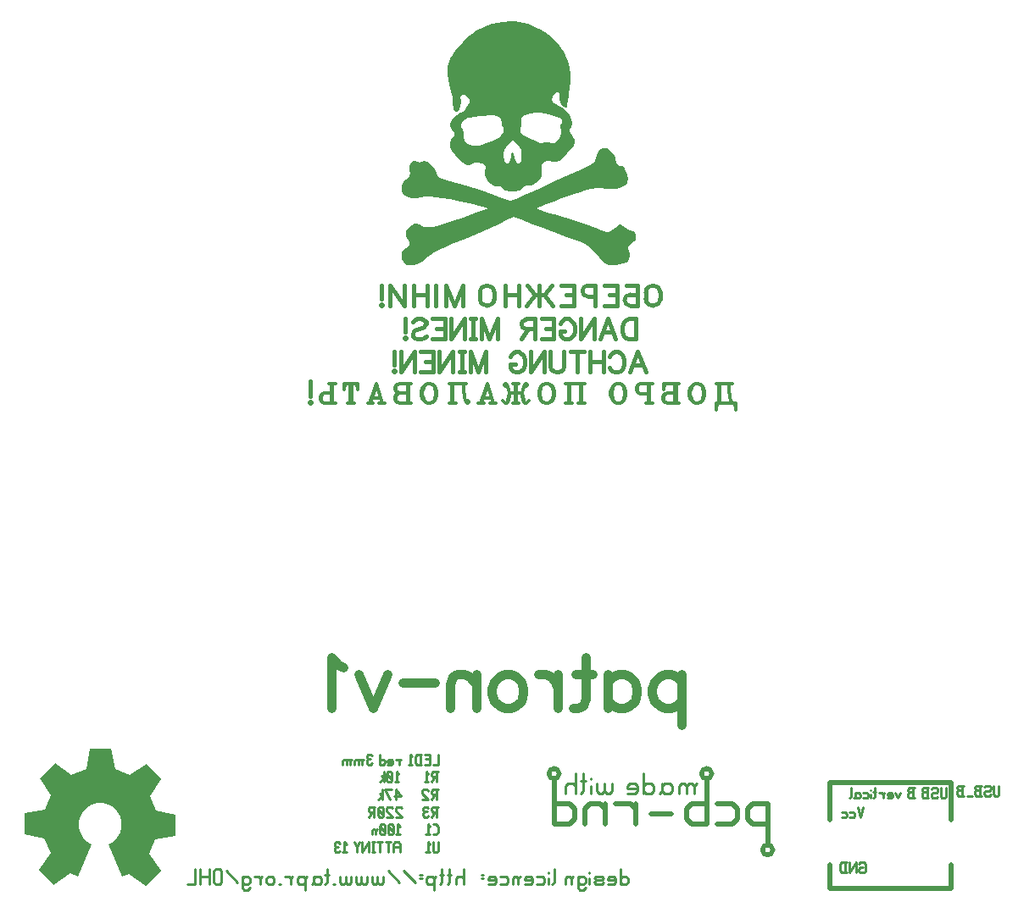
<source format=gbo>
G04 start of page 2 for group 12 layer_idx 5 *
G04 Title: (unknown), bottom_silk *
G04 Creator: pcb-rnd 3.1.4-dev *
G04 CreationDate: 2024-01-01 05:55:27 UTC *
G04 For: STEM4ukraine *
G04 Format: Gerber/RS-274X *
G04 PCB-Dimensions: 393701 402362 *
G04 PCB-Coordinate-Origin: lower left *
%MOIN*%
%FSLAX25Y25*%
%LNBOTTOM_SILK_NONE_12*%
%ADD50C,0.0350*%
%ADD49C,0.0110*%
%ADD48C,0.0130*%
%ADD47C,0.0100*%
%ADD46C,0.0150*%
%ADD45C,0.0200*%
%ADD44C,0.0001*%
G54D44*G36*
X209500Y340112D02*X210750Y339112D01*
X211750Y338362D01*
X213750Y336362D01*
X215000Y334862D01*
X216750Y332362D01*
X218250Y329362D01*
X218750Y327862D01*
X219250Y325862D01*
X219500Y323862D01*
Y320612D01*
X219250Y318362D01*
X218750Y315862D01*
Y314862D01*
X218250Y311362D01*
X218000Y310362D01*
X217500D01*
X216750Y310862D01*
X215750Y311862D01*
X215250Y313362D01*
X215000Y313862D01*
Y314612D01*
X215250Y315362D01*
X215000Y316112D01*
X214750Y316612D01*
X214250D01*
X213750Y316362D01*
X212750Y315362D01*
X212250Y313862D01*
X212500Y312362D01*
X216000Y310362D01*
X218500Y308362D01*
X219250Y307362D01*
X219750Y305862D01*
X220250Y304862D01*
Y303862D01*
X219750Y302862D01*
X219250Y302112D01*
Y301362D01*
X219500Y300362D01*
X220250Y299362D01*
X221250Y297862D01*
Y296862D01*
X220750Y295362D01*
X220250Y294862D01*
X218250Y292362D01*
X215250Y289362D01*
X213750Y289112D01*
X212500D01*
X211250Y289612D01*
X210000D01*
X209000Y289112D01*
X208000Y287862D01*
Y286112D01*
X208250Y284862D01*
Y283362D01*
X207875Y282612D01*
Y296637D01*
X208000Y296612D01*
X209500Y296862D01*
X211000D01*
X212000Y296612D01*
X213250D01*
X214250Y297362D01*
X215000Y298362D01*
X215500Y299112D01*
X215750Y300362D01*
Y301862D01*
X215500Y302862D01*
Y303612D01*
X216000Y304362D01*
Y305362D01*
X215750Y306112D01*
X215000Y306362D01*
X213250Y307112D01*
X212250Y307362D01*
X211250Y307862D01*
X209250Y308112D01*
X208250Y308362D01*
X207875D01*
Y341041D01*
X209500Y340112D01*
G37*
G36*
X197500Y344362D02*X199500Y344112D01*
X200750Y343862D01*
X202750Y343362D01*
X206250Y341862D01*
X207750Y341112D01*
X207875Y341041D01*
Y308362D01*
X205750D01*
X203500Y308112D01*
X201500Y307612D01*
X200750Y307112D01*
X200250Y306362D01*
X200000Y305612D01*
Y303112D01*
X199750Y302112D01*
Y301112D01*
X200000Y300112D01*
X201250Y299362D01*
X202500Y298862D01*
X203750Y298112D01*
X204750Y297862D01*
X205500Y297362D01*
X206750Y296862D01*
X207875Y296637D01*
Y282612D01*
X207750Y282362D01*
X205750Y280862D01*
X204250Y279862D01*
X202250D01*
X201250Y279362D01*
X199750Y277862D01*
X196750Y277362D01*
Y292862D01*
X197250Y292362D01*
X197500Y290862D01*
X197750Y289862D01*
X198000Y289112D01*
X198500Y288612D01*
X199250D01*
X200000Y289612D01*
X200250Y291612D01*
Y292612D01*
X200000Y293862D01*
X199500Y294862D01*
X199000Y295612D01*
X197750Y296862D01*
X196750Y297362D01*
Y344362D01*
X197500D01*
G37*
G36*
X186000Y342612D02*X188500Y343362D01*
X190750Y343862D01*
X192750Y344112D01*
X195750Y344362D01*
X196750D01*
Y297362D01*
X195750Y296862D01*
X194500Y295612D01*
X194000Y294862D01*
X193500Y293862D01*
X193250Y292612D01*
Y291612D01*
X193500Y289612D01*
X194250Y288612D01*
X195000D01*
X195500Y289112D01*
X195750Y289862D01*
X196000Y290862D01*
X196250Y292362D01*
X196750Y292862D01*
Y277362D01*
X196250D01*
X193750Y277862D01*
X192750Y278862D01*
X191750Y279362D01*
X189750D01*
X188250Y280362D01*
X186750Y281862D01*
X185750Y283862D01*
Y285362D01*
X186250Y286862D01*
Y287362D01*
X185250Y288362D01*
X184750Y288487D01*
Y295925D01*
X185500Y296112D01*
X187250Y296862D01*
X189250Y297612D01*
X191000Y298612D01*
X192000Y299612D01*
X193000Y300862D01*
Y302362D01*
X192500Y303362D01*
Y304612D01*
X192250Y305862D01*
X191500Y306862D01*
X189500Y307362D01*
X187750D01*
X184750Y307162D01*
Y341987D01*
X186000Y342612D01*
G37*
G36*
X179250Y338362D02*X180750Y339612D01*
X181750Y340362D01*
X183000Y341112D01*
X184750Y341987D01*
Y307162D01*
X184000Y307112D01*
X181500Y306862D01*
X180000Y306612D01*
X179000Y306362D01*
X177250Y305112D01*
X176500Y303862D01*
Y302862D01*
X177000Y302112D01*
X177500Y300112D01*
Y298862D01*
X177750Y297612D01*
X178500Y296612D01*
X179750Y295862D01*
X181250Y295612D01*
X183500D01*
X184750Y295925D01*
Y288487D01*
X183250Y288862D01*
X181750D01*
X179750Y287862D01*
X178750D01*
X177250Y288862D01*
X175250Y290362D01*
X174250Y291862D01*
X172750Y293362D01*
X172250Y294862D01*
Y296862D01*
X172750Y298362D01*
X173750Y299362D01*
Y300362D01*
X172750Y301862D01*
X172250Y303112D01*
Y304112D01*
X172750Y305362D01*
X173500Y306362D01*
X174750Y307612D01*
X176250Y308362D01*
X177000Y308862D01*
X178250Y309862D01*
X179250Y311362D01*
X179750Y312362D01*
Y313362D01*
X178750Y314862D01*
X177750Y315362D01*
X177000D01*
X176500Y315112D01*
X176250Y314362D01*
X176500Y313362D01*
Y312112D01*
X176250Y311112D01*
X175750Y309862D01*
X174750Y308862D01*
X174250D01*
X173500Y309862D01*
X173000Y312862D01*
Y314862D01*
X172750Y315862D01*
X172500Y316362D01*
X172000Y318362D01*
X171750Y319612D01*
X171500Y321612D01*
X171250Y323862D01*
Y326362D01*
X171750Y328612D01*
X172250Y329862D01*
X173000Y331112D01*
X174000Y332862D01*
X175750Y334862D01*
X177000Y336112D01*
X179250Y338362D01*
G37*
G36*
X194750Y266362D02*X191250Y264362D01*
X185250Y261862D01*
X178250Y258862D01*
X172750Y256862D01*
X165750Y253362D01*
X162250Y250862D01*
X161000Y249862D01*
X159250Y248862D01*
X157750Y248362D01*
X156750D01*
X155250Y248612D01*
X154500Y249112D01*
X153750Y249862D01*
X153250Y250862D01*
X153000Y251862D01*
Y252612D01*
X153250Y253362D01*
X153750Y254362D01*
X155750Y255862D01*
X156000Y256362D01*
Y257112D01*
X155750Y258362D01*
X155250Y258862D01*
X154750Y260362D01*
Y261362D01*
X155000Y262362D01*
X156500Y263862D01*
X158000Y264862D01*
X159000D01*
X160000Y264612D01*
X161250Y263862D01*
X162000Y263612D01*
X163750Y263362D01*
X165000D01*
X166750Y263862D01*
X171750Y265362D01*
X175250Y266612D01*
X178000Y267612D01*
X183250Y269362D01*
X187250Y270862D01*
X184750Y271362D01*
X181250Y272362D01*
X178250Y273112D01*
X176000Y273612D01*
X172250Y274362D01*
X169250Y274862D01*
X164250Y275362D01*
X162500D01*
X160500Y275112D01*
X159250Y274862D01*
X157250D01*
X156000Y275112D01*
X155250Y275362D01*
X154500Y275862D01*
X153500Y276612D01*
X153250Y277862D01*
Y279362D01*
X153500Y280362D01*
X153750Y281112D01*
X154500Y282112D01*
X155500Y282612D01*
X156250Y283362D01*
X156500Y284362D01*
X156250Y285862D01*
X156000Y286612D01*
Y287612D01*
X156750Y288862D01*
X157750Y289362D01*
X158500D01*
X160000Y288862D01*
X160750Y289112D01*
X161750Y289362D01*
X162250D01*
X163250Y289112D01*
X164000Y288612D01*
X165750Y286862D01*
X166750Y284862D01*
X167250Y283362D01*
X168000Y282862D01*
X169250Y282362D01*
X172250Y281362D01*
X178250Y279862D01*
X184750Y277862D01*
X190750Y275362D01*
X195750Y273862D01*
X196250D01*
X198750Y274862D01*
X201500Y276112D01*
X204750Y277612D01*
X207750Y278862D01*
X213750Y281862D01*
X216000Y282862D01*
X219250Y284112D01*
X223750Y286112D01*
X226500Y287362D01*
X228250Y288362D01*
X229000Y289362D01*
X229750Y291612D01*
X230250Y292612D01*
X230750Y293862D01*
X232250Y294362D01*
X233750D01*
X234500Y294112D01*
X236750Y291862D01*
X237500Y288862D01*
X238000Y288112D01*
X238750Y287612D01*
X240000Y287362D01*
X240750Y286612D01*
X241250Y285612D01*
X241750Y284112D01*
X242000Y282362D01*
X241750Y280862D01*
X240750Y279862D01*
X238750Y278862D01*
X237250Y278362D01*
X234750D01*
X233000Y278612D01*
X231750Y278862D01*
X229500D01*
X227750Y278612D01*
X225750Y278112D01*
X224250Y277612D01*
X222250Y276862D01*
X218750Y275862D01*
X215750Y274862D01*
X213000Y273612D01*
X209750Y272362D01*
X206250Y270862D01*
X206750Y270362D01*
X211250Y268862D01*
X213500Y268362D01*
X215250Y267862D01*
X219750Y266362D01*
X222500Y265612D01*
X224750Y264862D01*
X226750Y264112D01*
X228000Y263612D01*
X229500Y263112D01*
X230750Y262612D01*
X232500Y261862D01*
X233750Y261612D01*
X234500D01*
X235250Y261862D01*
X236000Y262362D01*
X237000Y263112D01*
X237750Y263862D01*
X238500Y264362D01*
X239500D01*
X240250Y263862D01*
X241000Y263112D01*
X242000Y262362D01*
X243000Y262112D01*
X244250Y261862D01*
X244750Y261362D01*
X245250Y260362D01*
Y259362D01*
X245000Y258612D01*
X244500Y257862D01*
X243750Y257362D01*
X242750Y256362D01*
X242250Y255362D01*
Y254862D01*
X242500Y254112D01*
X242750Y252862D01*
Y251862D01*
X242500Y250862D01*
X242250Y250112D01*
X241500Y249612D01*
X240000Y249112D01*
X238750Y248862D01*
X237000Y248362D01*
X235750D01*
X234500Y248612D01*
X233250Y249112D01*
X232250Y249862D01*
X230750Y251362D01*
X229250Y253362D01*
X226750Y255862D01*
X225250Y256862D01*
X223250Y257862D01*
X217250Y259862D01*
X207750Y263362D01*
X203750Y264862D01*
X200250Y266362D01*
X197250Y267362D01*
X194750Y266362D01*
G37*
G36*
X37752Y20511D02*X39674Y21620D01*
X41242Y23189D01*
X42352Y25110D01*
X42926Y27253D01*
Y29471D01*
X42352Y31614D01*
X41242Y33536D01*
X39674Y35105D01*
X37752Y36214D01*
X35609Y36788D01*
X33391D01*
X31248Y36214D01*
X29326Y35105D01*
X27758Y33536D01*
X26648Y31614D01*
X26074Y29471D01*
Y27253D01*
X26648Y25110D01*
X27758Y23189D01*
X29326Y21620D01*
X31248Y20511D01*
X25947Y7712D01*
X22887Y9035D01*
X16226Y4548D01*
X10370Y10507D01*
X14973Y17088D01*
X12621Y22907D01*
X4739Y24444D01*
X4812Y32799D01*
X12720Y34198D01*
X15172Y39975D01*
X10685Y46636D01*
X16645Y52492D01*
X23226Y47890D01*
X29045Y50241D01*
X30582Y58123D01*
X38937Y58050D01*
X40336Y50142D01*
X46113Y47690D01*
X52774Y52177D01*
X58630Y46217D01*
X54027Y39636D01*
X56379Y33817D01*
X64261Y32280D01*
X64188Y23925D01*
X56280Y22526D01*
X53828Y16749D01*
X58315Y10089D01*
X52355Y4232D01*
X45774Y8835D01*
X43053Y7712D01*
X37752Y20511D01*
G37*
G54D45*X321598Y44787D02*X369000D01*
X321598D02*Y30299D01*
Y12425D02*Y3055D01*
X221000Y30362D02*X219000Y28362D01*
X221000Y34362D02*X219000Y36362D01*
X221000Y34362D02*Y30362D01*
X225000Y34362D02*X227000Y36362D01*
X225000Y34362D02*Y28362D01*
X369000Y44787D02*Y30299D01*
Y3055D02*X321598D01*
X369000Y12425D02*Y3055D01*
X231000Y36362D02*X227000D01*
X243000D02*X237000D01*
X245000Y34362D02*X243000Y36362D01*
X245000D02*Y28362D01*
X259000Y32362D02*X251000D01*
X233000Y34362D02*X231000Y36362D01*
X233000D02*Y28362D01*
X265000Y30362D02*X267000Y28362D01*
Y36362D02*X265000Y34362D01*
X267000Y36362D02*X273000D01*
X265000Y30362D02*Y34362D01*
X285000D02*X283000Y36362D01*
X273000Y28362D02*X267000D01*
X283000D02*X277000D01*
X285000Y34362D02*Y30362D01*
X283000Y36362D02*X277000D01*
X291000D02*X289000Y34362D01*
X285000Y30362D02*X283000Y28362D01*
X289000Y34362D02*Y30362D01*
X291000Y28362D02*X289000Y30362D01*
X297000Y36362D02*Y20362D01*
X291000Y28362D02*X297000D01*
Y36362D02*X291000D01*
X213000D02*X219000D01*
X213000Y28362D02*Y46362D01*
X219000Y28362D02*X213000D01*
X273000Y46362D02*Y28362D01*
X215000Y48362D02*G75*G02X211000Y48362I-2000J0D01*G01*
G75*G02X215000Y48362I2000J0D01*G01*
X275000D02*G75*G02X271000Y48362I-2000J0D01*G01*
G75*G02X275000Y48362I2000J0D01*G01*
X299000Y18362D02*G75*G02X295000Y18362I-2000J0D01*G01*
G75*G02X299000Y18362I2000J0D01*G01*
G54D46*X254684Y237689D02*Y235257D01*
X249084Y237689D02*Y235257D01*
G75*G03X254684Y235257I2800J0D01*G01*
X249084Y237689D02*G75*G02X254684Y237689I2800J0D01*G01*
X245774Y232493D02*Y240497D01*
Y232493D02*X243174D01*
X242974Y236893D02*X245774D01*
Y240489D02*X241574D01*
X242974Y232493D02*G75*G02X242974Y236893I0J2200D01*G01*
X237684Y240489D02*Y232493D01*
X232684Y232489D01*
Y240489D02*X237684D01*
X234684Y236689D02*X237684D01*
X229190Y240489D02*Y232485D01*
Y240489D02*X226590D01*
X226390Y236089D02*X229190D01*
X226390Y240489D02*G75*G03X226390Y236089I0J-2200D01*G01*
X220898Y240489D02*Y232493D01*
X215898Y232489D01*
Y240489D02*X220898D01*
X217898Y236689D02*X220898D01*
X212004Y240489D02*X209004Y236689D01*
X207204Y240489D02*X207254Y232493D01*
X212404Y232489D02*X209004Y236689D01*
X202404Y240489D02*X205404Y236689D01*
X202004Y232489D02*X205404Y236689D01*
X209004D02*X205404D01*
X199122Y240489D02*Y232489D01*
X193922Y240489D02*Y232489D01*
X199122Y236689D02*X193922D01*
X189488Y237689D02*Y235257D01*
X183888Y237689D02*Y235257D01*
G75*G03X189488Y235257I2800J0D01*G01*
X183888Y237689D02*G75*G02X189488Y237689I2800J0D01*G01*
X177000Y232493D02*Y240489D01*
X173800Y232489D01*
X170600Y240489D02*Y232493D01*
Y240489D02*X173800Y232489D01*
X166600Y240489D02*Y232489D01*
X163038Y240489D02*Y232489D01*
X157838Y240489D02*Y232489D01*
X163038Y236689D02*X157838D01*
X154220Y240489D02*Y232489D01*
X148620Y240489D01*
Y232489D01*
X145118Y240362D02*Y235030D01*
Y233124D02*X145500Y232744D01*
X145118Y232364D01*
X144738Y232744D01*
X145118Y233124D01*
X245000Y227362D02*Y219362D01*
Y227362D02*X242332D01*
X241190Y226980D01*
X240428Y226218D01*
X240048Y225458D01*
X239668Y224314D01*
Y222408D01*
X240048Y221266D01*
X240428Y220504D01*
X241190Y219744D01*
X242332Y219362D01*
X245000D01*
X234220Y227362D02*X237268Y219362D01*
X234220Y227362D02*X231172Y219362D01*
X236124Y222028D02*X232314D01*
X228772Y227362D02*Y219362D01*
Y227362D02*X223440Y219362D01*
Y227362D02*Y219362D01*
X215326Y225458D02*X215708Y226218D01*
X216468Y226980D01*
X217230Y227362D01*
X218754D01*
X219516Y226980D01*
X220278Y226218D01*
X220658Y225458D01*
X221040Y224314D01*
Y222408D01*
X220658Y221266D01*
X220278Y220504D01*
X219516Y219744D01*
X218754Y219362D01*
X217230D01*
X216468Y219744D01*
X215708Y220504D01*
X215326Y221266D01*
Y222408D01*
X217230D02*X215326D01*
X212926Y227362D02*Y219362D01*
Y227362D02*X207974D01*
X212926Y223552D02*X209880D01*
X212926Y219362D02*X207974D01*
X205574Y227362D02*Y219362D01*
Y227362D02*X202146D01*
X201004Y226980D01*
X200622Y226600D01*
X200242Y225838D01*
Y225076D01*
X200622Y224314D01*
X201004Y223934D01*
X202146Y223552D01*
X205574D01*
X202908D02*X200242Y219362D01*
X190642Y227362D02*Y219362D01*
Y227362D02*X187596Y219362D01*
X184546Y227362D02*X187596Y219362D01*
X184546Y227362D02*Y219362D01*
X182146Y227362D02*X180146D01*
X181146D02*Y219362D01*
X182146D02*X180146D01*
X177746Y227362D02*Y219362D01*
Y227362D02*X172414Y219362D01*
Y227362D02*Y219362D01*
X170014Y227362D02*Y219362D01*
Y227362D02*X165062D01*
X170014Y223552D02*X166968D01*
X170014Y219362D02*X165062D01*
X157330Y226218D02*X158092Y226980D01*
X159234Y227362D01*
X160758D01*
X161902Y226980D01*
X162662Y226218D01*
Y225458D01*
X162284Y224694D01*
X161902Y224314D01*
X161138Y223934D01*
X158852Y223172D01*
X158092Y222790D01*
X157712Y222410D01*
X157330Y221648D01*
Y220504D01*
X158092Y219744D01*
X159234Y219362D01*
X160758D01*
X161902Y219744D01*
X162662Y220504D01*
X154548Y227362D02*Y222030D01*
Y220124D02*X154930Y219744D01*
X154548Y219364D01*
X154168Y219744D01*
X154548Y220124D01*
X245952Y214362D02*X249000Y206362D01*
X245952Y214362D02*X242904Y206362D01*
X247856Y209028D02*X244046D01*
X234790Y212458D02*X235172Y213218D01*
X235934Y213980D01*
X236694Y214362D01*
X238220D01*
X238980Y213980D01*
X239744Y213218D01*
X240124Y212458D01*
X240504Y211314D01*
Y209408D01*
X240124Y208266D01*
X239744Y207504D01*
X238980Y206744D01*
X238220Y206362D01*
X236694D01*
X235934Y206744D01*
X235172Y207504D01*
X234790Y208266D01*
X232390Y214362D02*Y206362D01*
X227056D02*Y214362D01*
X232390Y210552D02*X227056D01*
X221990Y214362D02*Y206362D01*
X224656Y214362D02*X219324D01*
X216924D02*Y208648D01*
X216542Y207504D01*
X215782Y206744D01*
X214638Y206362D01*
X213878D01*
X212734Y206744D01*
X211972Y207504D01*
X211592Y208648D01*
Y214362D01*
X209192D02*Y206362D01*
Y214362D02*X203860Y206362D01*
Y214362D02*Y206362D01*
X195746Y212458D02*X196128Y213218D01*
X196888Y213980D01*
X197650Y214362D01*
X199174D01*
X199936Y213980D01*
X200698Y213218D01*
X201078Y212458D01*
X201460Y211314D01*
Y209408D01*
X201078Y208266D01*
X200698Y207504D01*
X199936Y206744D01*
X199174Y206362D01*
X197650D01*
X196888Y206744D01*
X196128Y207504D01*
X195746Y208266D01*
Y209408D01*
X197650D02*X195746D01*
X186146Y214362D02*Y206362D01*
Y214362D02*X183100Y206362D01*
X180050Y214362D02*X183100Y206362D01*
X180050Y214362D02*Y206362D01*
X177650Y214362D02*X175650D01*
X176650D02*Y206362D01*
X177650D02*X175650D01*
X173250Y214362D02*Y206362D01*
Y214362D02*X167918Y206362D01*
Y214362D02*Y206362D01*
X165518Y214362D02*Y206362D01*
Y214362D02*X160566D01*
X165518Y210552D02*X162472D01*
X165518Y206362D02*X160566D01*
X158166Y214362D02*Y206362D01*
Y214362D02*X152834Y206362D01*
Y214362D02*Y206362D01*
X150052Y214362D02*Y209030D01*
Y207124D02*X150434Y206744D01*
X150052Y206364D01*
X149672Y206744D01*
X150052Y207124D01*
G54D47*X167323Y55890D02*Y51890D01*
X165323D01*
X164123Y54090D02*X162623D01*
X164123Y51890D02*X162123D01*
X164123Y55890D02*Y51890D01*
Y55890D02*X162123D01*
X160423D02*Y51890D01*
X159123Y55890D02*X158423Y55190D01*
Y52590D01*
X159123Y51890D02*X158423Y52590D01*
X160923Y51890D02*X159123D01*
X160923Y55890D02*X159123D01*
X157223Y55090D02*X156423Y55890D01*
Y51890D01*
X157223D02*X155723D01*
X152223Y53390D02*Y51890D01*
Y53390D02*X151723Y53890D01*
X150723D01*
X152723D02*X152223Y53390D01*
X149023Y51890D02*X147523D01*
X149523Y52390D02*X149023Y51890D01*
X149523Y53390D02*Y52390D01*
Y53390D02*X149023Y53890D01*
X148023D01*
X147523Y53390D01*
X149523Y52890D02*X147523D01*
Y53390D01*
X144323Y55890D02*Y51890D01*
X144823D02*X144323Y52390D01*
X145823Y51890D02*X144823D01*
X146323Y52390D02*X145823Y51890D01*
X146323Y53390D02*Y52390D01*
Y53390D02*X145823Y53890D01*
X144823D01*
X144323Y53390D01*
X141323Y55390D02*X140823Y55890D01*
X139823D01*
X139323Y55390D01*
X139823Y51890D02*X139323Y52390D01*
X140823Y51890D02*X139823D01*
X141323Y52390D02*X140823Y51890D01*
Y54090D02*X139823D01*
X139323Y55390D02*Y54590D01*
Y53590D02*Y52390D01*
Y53590D02*X139823Y54090D01*
X139323Y54590D02*X139823Y54090D01*
X137623Y53390D02*Y51890D01*
Y53390D02*X137123Y53890D01*
X136623D01*
X136123Y53390D01*
Y51890D01*
Y53390D02*X135623Y53890D01*
X135123D01*
X134623Y53390D01*
Y51890D01*
X138123Y53890D02*X137623Y53390D01*
X132923D02*Y51890D01*
Y53390D02*X132423Y53890D01*
X131923D01*
X131423Y53390D01*
Y51890D01*
Y53390D02*X130923Y53890D01*
X130423D01*
X129923Y53390D01*
Y51890D01*
X133423Y53890D02*X132923Y53390D01*
X167323Y49000D02*X165323D01*
X164823Y48500D01*
Y47500D01*
X165323Y47000D02*X164823Y47500D01*
X166823Y47000D02*X165323D01*
X166823Y49000D02*Y45000D01*
X166023Y47000D02*X164823Y45000D01*
X163623Y48200D02*X162823Y49000D01*
Y45000D01*
X163623D02*X162123D01*
X151923Y48200D02*X151123Y49000D01*
Y45000D01*
X151923D02*X150423D01*
X149223Y45500D02*X148723Y45000D01*
X149223Y48500D02*Y45500D01*
Y48500D02*X148723Y49000D01*
X147723D01*
X147223Y48500D01*
Y45500D01*
X147723Y45000D02*X147223Y45500D01*
X148723Y45000D02*X147723D01*
X149223Y46000D02*X147223Y48000D01*
X146023Y49000D02*Y45000D01*
Y46500D02*X144523Y45000D01*
X146023Y46500D02*X145023Y47500D01*
G54D48*X223882Y201870D02*Y194040D01*
X223507Y201870D02*Y194040D01*
X219036Y201870D02*Y194040D01*
X218661Y201870D02*Y194040D01*
X225000Y201870D02*X217543D01*
X225000Y194040D02*X222390D01*
X220154D02*X217543D01*
X210459Y201870D02*X211577Y201497D01*
X212322Y200752D01*
X212697Y200007D01*
X213070Y198514D01*
Y197396D01*
X212697Y195906D01*
X212322Y195160D01*
X211577Y194413D01*
X210459Y194040D01*
X209714D01*
X208596Y194413D01*
X207851Y195160D01*
X207476Y195906D01*
X207104Y197396D01*
Y198514D01*
X207476Y200007D01*
X207851Y200752D01*
X208596Y201497D01*
X209714Y201870D01*
X210459D01*
X211205Y201497D01*
X211950Y200752D01*
X212322Y200007D01*
X212697Y198514D01*
Y197396D01*
X212322Y195906D01*
X211950Y195160D01*
X211205Y194413D01*
X210459Y194040D01*
X209714D02*X208969Y194413D01*
X208224Y195160D01*
X207851Y195906D01*
X207476Y197396D01*
Y198514D01*
X207851Y200007D01*
X208224Y200752D01*
X208969Y201497D01*
X209714Y201870D01*
X198154D02*Y194040D01*
X197782Y201870D02*Y194040D01*
X199272Y201870D02*X196664D01*
X202255Y201497D02*X201883Y201124D01*
X202255Y200752D01*
X202628Y201124D01*
Y201497D01*
X202255Y201870D01*
X201883D01*
X201510Y201497D01*
X201137Y200752D01*
X200765Y199259D01*
X200390Y198514D01*
X199645Y198141D01*
X196291D01*
X195544Y198514D01*
X195171Y199259D01*
X194799Y200752D01*
X194426Y201497D01*
X194053Y201870D01*
X193681D01*
X193306Y201497D01*
Y201124D01*
X193681Y200752D01*
X194053Y201124D01*
X193681Y201497D01*
X199645Y198141D02*X200390Y197769D01*
X200765Y197023D01*
X201137Y195160D01*
X201510Y194413D01*
X201883Y194040D01*
X199645Y198141D02*X200017Y197769D01*
X200390Y197023D01*
X200765Y195160D01*
X201137Y194413D01*
X201510Y194040D01*
X202255D01*
X202628Y194413D01*
X203003Y195160D01*
X196291Y198141D02*X195544Y197769D01*
X195171Y197023D01*
X194799Y195160D01*
X194426Y194413D01*
X194053Y194040D01*
X196291Y198141D02*X195919Y197769D01*
X195544Y197023D01*
X195171Y195160D01*
X194799Y194413D01*
X194426Y194040D01*
X193681D01*
X193306Y194413D01*
X192933Y195160D01*
X199272Y194040D02*X196664D01*
G54D49*X239000Y10862D02*Y4862D01*
X239750D02*X239000Y5612D01*
X241250Y4862D02*X239750D01*
X242000Y5612D02*X241250Y4862D01*
X242000Y7112D02*Y5612D01*
Y7112D02*X241250Y7862D01*
X239750D01*
X239000Y7112D01*
X236450Y4862D02*X234200D01*
X237200Y5612D02*X236450Y4862D01*
X237200Y7112D02*Y5612D01*
Y7112D02*X236450Y7862D01*
X234950D01*
X234200Y7112D01*
X237200Y6362D02*X234200D01*
Y7112D01*
X231650Y4862D02*X229400D01*
X228650Y5612D01*
X229400Y6362D02*X228650Y5612D01*
X231650Y6362D02*X229400D01*
X232400Y7112D02*X231650Y6362D01*
X232400Y7112D02*X231650Y7862D01*
X229400D01*
X228650Y7112D01*
X232400Y5612D02*X231650Y4862D01*
X226850Y9362D02*Y9212D01*
Y7112D02*Y4862D01*
X223100Y7862D02*X222350Y7112D01*
X224600Y7862D02*X223100D01*
X225350Y7112D02*X224600Y7862D01*
X225350Y7112D02*Y5612D01*
X224600Y4862D01*
X223100D01*
X222350Y5612D01*
X225350Y3362D02*X224600Y2612D01*
X223100D01*
X222350Y3362D01*
Y7862D02*Y3362D01*
X219800Y7112D02*Y4862D01*
Y7112D02*X219050Y7862D01*
X218300D01*
X217550Y7112D01*
Y4862D01*
X220550Y7862D02*X219800Y7112D01*
X213050Y10862D02*Y5612D01*
X212300Y4862D01*
X210800Y9362D02*Y9212D01*
Y7112D02*Y4862D01*
X208550Y7862D02*X206300D01*
X209300Y7112D02*X208550Y7862D01*
X209300Y7112D02*Y5612D01*
X208550Y4862D01*
X206300D01*
X203750D02*X201500D01*
X204500Y5612D02*X203750Y4862D01*
X204500Y7112D02*Y5612D01*
Y7112D02*X203750Y7862D01*
X202250D01*
X201500Y7112D01*
X204500Y6362D02*X201500D01*
Y7112D01*
X198950D02*Y4862D01*
Y7112D02*X198200Y7862D01*
X197450D01*
X196700Y7112D01*
Y4862D01*
X199700Y7862D02*X198950Y7112D01*
X194150Y7862D02*X191900D01*
X194900Y7112D02*X194150Y7862D01*
X194900Y7112D02*Y5612D01*
X194150Y4862D01*
X191900D01*
X189350D02*X187100D01*
X190100Y5612D02*X189350Y4862D01*
X190100Y7112D02*Y5612D01*
Y7112D02*X189350Y7862D01*
X187850D01*
X187100Y7112D01*
X190100Y6362D02*X187100D01*
Y7112D01*
X185300Y8612D02*X184550D01*
X185300Y7112D02*X184550D01*
X177350Y10862D02*Y4862D01*
Y7112D02*X176600Y7862D01*
X175100D01*
X174350Y7112D01*
Y4862D01*
X171800Y10862D02*Y5612D01*
X171050Y4862D01*
X172550Y8612D02*X171050D01*
X168800Y10862D02*Y5612D01*
X168050Y4862D01*
X169550Y8612D02*X168050D01*
X165800Y7112D02*Y2612D01*
X166550Y7862D02*X165800Y7112D01*
X165050Y7862D01*
X163550D01*
X162800Y7112D01*
Y5612D01*
X163550Y4862D02*X162800Y5612D01*
X165050Y4862D02*X163550D01*
X165800Y5612D02*X165050Y4862D01*
X161000Y8612D02*X160250D01*
X161000Y7112D02*X160250D01*
X158450Y5612D02*X153950Y10112D01*
X152150Y5612D02*X147650Y10112D01*
X145850Y7862D02*Y5612D01*
X145100Y4862D01*
X144350D01*
X143600Y5612D01*
Y7862D02*Y5612D01*
X142850Y4862D01*
X142100D01*
X141350Y5612D01*
Y7862D02*Y5612D01*
X139550Y7862D02*Y5612D01*
X138800Y4862D01*
X138050D01*
X137300Y5612D01*
Y7862D02*Y5612D01*
X136550Y4862D01*
X135800D01*
X135050Y5612D01*
Y7862D02*Y5612D01*
X133250Y7862D02*Y5612D01*
X132500Y4862D01*
X131750D01*
X131000Y5612D01*
Y7862D02*Y5612D01*
X130250Y4862D01*
X129500D01*
X128750Y5612D01*
Y7862D02*Y5612D01*
X126950Y4862D02*X126200D01*
X123650Y10862D02*Y5612D01*
X122900Y4862D01*
X124400Y8612D02*X122900D01*
X119150Y7862D02*X118400Y7112D01*
X120650Y7862D02*X119150D01*
X121400Y7112D02*X120650Y7862D01*
X121400Y7112D02*Y5612D01*
X120650Y4862D01*
X118400Y7862D02*Y5612D01*
X117650Y4862D01*
X120650D02*X119150D01*
X118400Y5612D01*
X115100Y7112D02*Y2612D01*
X115850Y7862D02*X115100Y7112D01*
X114350Y7862D01*
X112850D01*
X112100Y7112D01*
Y5612D01*
X112850Y4862D02*X112100Y5612D01*
X114350Y4862D02*X112850D01*
X115100Y5612D02*X114350Y4862D01*
X109550Y7112D02*Y4862D01*
Y7112D02*X108800Y7862D01*
X107300D01*
X110300D02*X109550Y7112D01*
X105500Y4862D02*X104750D01*
X102950Y7112D02*Y5612D01*
Y7112D02*X102200Y7862D01*
X100700D01*
X99950Y7112D01*
Y5612D01*
X100700Y4862D02*X99950Y5612D01*
X102200Y4862D02*X100700D01*
X102950Y5612D02*X102200Y4862D01*
X97400Y7112D02*Y4862D01*
Y7112D02*X96650Y7862D01*
X95150D01*
X98150D02*X97400Y7112D01*
X91100Y7862D02*X90350Y7112D01*
X92600Y7862D02*X91100D01*
X93350Y7112D02*X92600Y7862D01*
X93350Y7112D02*Y5612D01*
X92600Y4862D01*
X91100D01*
X90350Y5612D01*
X93350Y3362D02*X92600Y2612D01*
X91100D01*
X90350Y3362D01*
Y7862D02*Y3362D01*
X88550Y5612D02*X84050Y10112D01*
X82250D02*Y5612D01*
Y10112D02*X81500Y10862D01*
X80000D01*
X79250Y10112D01*
Y5612D01*
X80000Y4862D02*X79250Y5612D01*
X81500Y4862D02*X80000D01*
X82250Y5612D02*X81500Y4862D01*
X77450Y10862D02*Y4862D01*
X73700Y10862D02*Y4862D01*
X77450Y7862D02*X73700D01*
X71900Y10862D02*Y4862D01*
X68900D01*
G54D47*X167323Y42110D02*X165323D01*
X164823Y41610D01*
Y40610D01*
X165323Y40110D02*X164823Y40610D01*
X166823Y40110D02*X165323D01*
X166823Y42110D02*Y38110D01*
X166023Y40110D02*X164823Y38110D01*
X163623Y41610D02*X163123Y42110D01*
X161623D01*
X161123Y41610D01*
Y40610D01*
X163623Y38110D02*X161123Y40610D01*
X163623Y38110D02*X161123D01*
X152723Y39610D02*X150723Y42110D01*
X152723Y39610D02*X150223D01*
X150723Y42110D02*Y38110D01*
X148523D02*X146523Y42110D01*
X149023D02*X146523D01*
X145323D02*Y38110D01*
Y39610D02*X143823Y38110D01*
X145323Y39610D02*X144323Y40610D01*
X167323Y35220D02*X165323D01*
X164823Y34720D01*
Y33720D01*
X165323Y33220D02*X164823Y33720D01*
X166823Y33220D02*X165323D01*
X166823Y35220D02*Y31220D01*
X166023Y33220D02*X164823Y31220D01*
X163623Y34720D02*X163123Y35220D01*
X162123D01*
X161623Y34720D01*
X162123Y31220D02*X161623Y31720D01*
X163123Y31220D02*X162123D01*
X163623Y31720D02*X163123Y31220D01*
Y33420D02*X162123D01*
X161623Y34720D02*Y33920D01*
Y32920D02*Y31720D01*
Y32920D02*X162123Y33420D01*
X161623Y33920D02*X162123Y33420D01*
X153223Y34720D02*X152723Y35220D01*
X151223D01*
X150723Y34720D01*
Y33720D01*
X153223Y31220D02*X150723Y33720D01*
X153223Y31220D02*X150723D01*
X149523Y34720D02*X149023Y35220D01*
X147523D01*
X147023Y34720D01*
Y33720D01*
X149523Y31220D02*X147023Y33720D01*
X149523Y31220D02*X147023D01*
X145823Y31720D02*X145323Y31220D01*
X145823Y34720D02*Y31720D01*
Y34720D02*X145323Y35220D01*
X144323D01*
X143823Y34720D01*
Y31720D01*
X144323Y31220D02*X143823Y31720D01*
X145323Y31220D02*X144323D01*
X145823Y32220D02*X143823Y34220D01*
X142623Y35220D02*X140623D01*
X140123Y34720D01*
Y33720D01*
X140623Y33220D02*X140123Y33720D01*
X142123Y33220D02*X140623D01*
X142123Y35220D02*Y31220D01*
X141323Y33220D02*X140123Y31220D01*
X166623Y24331D02*X165323D01*
X167323Y25031D02*X166623Y24331D01*
X167323Y27631D02*Y25031D01*
Y27631D02*X166623Y28331D01*
X165323D01*
X164123Y27531D02*X163323Y28331D01*
Y24331D01*
X164123D02*X162623D01*
X152423Y27531D02*X151623Y28331D01*
Y24331D01*
X152423D02*X150923D01*
X149723Y24831D02*X149223Y24331D01*
X149723Y27831D02*Y24831D01*
Y27831D02*X149223Y28331D01*
X148223D01*
X147723Y27831D01*
Y24831D01*
X148223Y24331D02*X147723Y24831D01*
X149223Y24331D02*X148223D01*
X149723Y25331D02*X147723Y27331D01*
X146523Y24831D02*X146023Y24331D01*
X146523Y27831D02*Y24831D01*
Y27831D02*X146023Y28331D01*
X145023D01*
X144523Y27831D01*
Y24831D01*
X145023Y24331D02*X144523Y24831D01*
X146023Y24331D02*X145023D01*
X146523Y25331D02*X144523Y27331D01*
X142823Y25831D02*Y24331D01*
Y25831D02*X142323Y26331D01*
X141823D01*
X141323Y25831D01*
Y24331D01*
X143323Y26331D02*X142823Y25831D01*
X167323Y21441D02*Y17941D01*
X166823Y17441D01*
X165823D01*
X165323Y17941D01*
Y21441D02*Y17941D01*
X164123Y20641D02*X163323Y21441D01*
Y17441D01*
X164123D02*X162623D01*
X152423Y20441D02*Y17441D01*
Y20441D02*X151723Y21441D01*
X150623D01*
X149923Y20441D01*
Y17441D01*
X152423Y19441D02*X149923D01*
X148723Y21441D02*X146723D01*
X147723D02*Y17441D01*
X145523Y21441D02*X143523D01*
X144523D02*Y17441D01*
X142323Y21441D02*X141323D01*
X141823D02*Y17441D01*
X142323D02*X141323D01*
X140123Y21441D02*Y17441D01*
Y21441D02*X137623Y17441D01*
Y21441D02*Y17441D01*
X136423Y21441D02*X135423Y19441D01*
X134423Y21441D01*
X135423Y19441D02*Y17441D01*
X131423Y20641D02*X130623Y21441D01*
Y17441D01*
X131423D02*X129923D01*
X128723Y20941D02*X128223Y21441D01*
X127223D01*
X126723Y20941D01*
X127223Y17441D02*X126723Y17941D01*
X128223Y17441D02*X127223D01*
X128723Y17941D02*X128223Y17441D01*
Y19641D02*X127223D01*
X126723Y20941D02*Y20141D01*
Y19141D02*Y17941D01*
Y19141D02*X127223Y19641D01*
X126723Y20141D02*X127223Y19641D01*
G54D48*X186644Y201870D02*X189255Y194040D01*
X186644Y201870D02*X184034Y194040D01*
X186644Y200752D02*X184409Y194040D01*
X188507Y196278D02*X185154D01*
X190000Y194040D02*X187762D01*
X185526D02*X183289D01*
X177322Y201870D02*Y199632D01*
X177695Y196651D01*
X178070Y195160D01*
X178442Y194413D01*
X178815Y194040D01*
X179188D01*
X179560Y194413D01*
Y194786D01*
X179188Y195160D01*
X178815Y194786D01*
X179188Y194413D01*
X173224Y201870D02*Y194040D01*
X172849Y201870D02*Y194040D01*
X178442Y201870D02*X171731D01*
X174342Y194040D02*X171731D01*
X164272Y201870D02*X165390Y201497D01*
X166135Y200752D01*
X166510Y200007D01*
X166883Y198514D01*
Y197396D01*
X166510Y195906D01*
X166135Y195160D01*
X165390Y194413D01*
X164272Y194040D01*
X163527D01*
X162409Y194413D01*
X161664Y195160D01*
X161289Y195906D01*
X160916Y197396D01*
Y198514D01*
X161289Y200007D01*
X161664Y200752D01*
X162409Y201497D01*
X163527Y201870D01*
X164272D01*
X165017Y201497D01*
X165763Y200752D01*
X166135Y200007D01*
X166510Y198514D01*
Y197396D01*
X166135Y195906D01*
X165763Y195160D01*
X165017Y194413D01*
X164272Y194040D01*
X163527D02*X162782Y194413D01*
X162037Y195160D01*
X161664Y195906D01*
X161289Y197396D01*
Y198514D01*
X161664Y200007D01*
X162037Y200752D01*
X162782Y201497D01*
X163527Y201870D01*
X155695D02*Y194040D01*
X155323Y201870D02*Y194040D01*
X156816Y201870D02*X152342D01*
X151224Y201497D01*
X150849Y201124D01*
X150477Y200379D01*
Y199632D01*
X150849Y198886D01*
X151224Y198514D01*
X152342Y198141D01*
Y201870D02*X151597Y201497D01*
X151224Y201124D01*
X150849Y200379D01*
Y199632D01*
X151224Y198886D01*
X151597Y198514D01*
X152342Y198141D01*
X155323D02*X152342D01*
X151224Y197769D01*
X150849Y197396D01*
X150477Y196651D01*
Y195533D01*
X150849Y194786D01*
X151224Y194413D01*
X152342Y194040D01*
X156816D01*
X152342Y198141D02*X151597Y197769D01*
X151224Y197396D01*
X150849Y196651D01*
Y195533D01*
X151224Y194786D01*
X151597Y194413D01*
X152342Y194040D01*
X143020Y201870D02*X145631Y194040D01*
X143020Y201870D02*X140410Y194040D01*
X143020Y200752D02*X140785Y194040D01*
X144883Y196278D02*X141530D01*
X146376Y194040D02*X144138D01*
X141902D02*X139664D01*
X133326Y201870D02*Y194040D01*
X132953Y201870D02*Y194040D01*
X135561Y201870D02*X135936Y199632D01*
Y201870D01*
X130343D01*
Y199632D01*
X130715Y201870D01*
X134443Y194040D02*X131835D01*
X125867Y201870D02*Y194040D01*
X125494Y201870D02*Y194040D01*
X126987Y201870D02*X124376D01*
X125494Y198141D02*X122886D01*
X121768Y197769D01*
X121393Y197396D01*
X121021Y196651D01*
Y195533D01*
X121393Y194786D01*
X121768Y194413D01*
X122886Y194040D01*
X126987D01*
X122886Y198141D02*X122141Y197769D01*
X121768Y197396D01*
X121393Y196651D01*
Y195533D01*
X121768Y194786D01*
X122141Y194413D01*
X122886Y194040D01*
G54D46*X117142Y202827D02*Y196962D01*
Y194865D02*X117562Y194447D01*
X117142Y194029D01*
X116724Y194447D01*
X117142Y194865D01*
G54D50*X263058Y87434D02*Y67434D01*
Y84584D02*X261153Y86484D01*
X259253Y87434D01*
X256393D01*
X254488Y86484D01*
X252583Y84584D01*
X251628Y81719D01*
Y79819D01*
X252583Y76959D01*
X254488Y75059D01*
X256393Y74104D01*
X259253D01*
X261153Y75059D01*
X263058Y76959D01*
X234198Y87434D02*Y74104D01*
Y84584D02*X236108Y86489D01*
X238008Y87434D01*
X240868D01*
X242768Y86489D01*
X244678Y84584D01*
X245628Y81729D01*
Y79819D01*
X244678Y76964D01*
X242768Y75059D01*
X240868Y74104D01*
X238008D01*
X236108Y75059D01*
X234198Y76964D01*
X225338Y94099D02*Y77909D01*
X224393Y75054D01*
X222483Y74099D01*
X220578D01*
X228198Y87434D02*X221533D01*
X214578D02*Y74104D01*
Y81719D02*X213628Y84584D01*
X211718Y86484D01*
X209818Y87434D01*
X206958D01*
X196198D02*X198108Y86489D01*
X200013Y84584D01*
X200958Y81729D01*
Y79819D01*
X200013Y76964D01*
X198108Y75059D01*
X196198Y74104D01*
X193343D01*
X191438Y75059D01*
X189538Y76964D01*
X188583Y79819D01*
Y81729D01*
X189538Y84584D01*
X191438Y86489D01*
X193343Y87434D01*
X196198D01*
X182583D02*Y74104D01*
Y83629D02*X179723Y86489D01*
X177823Y87434D01*
X174963D01*
X173063Y86489D01*
X172108Y83629D01*
Y74104D01*
X166108Y84099D02*X153608D01*
X147608Y87434D02*X141898Y74104D01*
X136188Y87434D02*X141898Y74104D01*
X130188Y90294D02*X128288Y91244D01*
X125428Y94099D01*
Y74099D01*
G54D48*X281890Y201870D02*Y199632D01*
X282262Y196651D01*
X282635Y195160D01*
X283010Y194413D01*
X283382Y194040D01*
X278164Y201870D02*Y194040D01*
X277789Y201870D02*Y194040D01*
X283010Y201870D02*X276671D01*
X284500Y194040D02*X276671D01*
X284500D02*Y191430D01*
X284127Y194040D02*X284500Y191430D01*
X277043Y194040D02*X276671Y191430D01*
Y194040D02*Y191430D01*
X269587Y201870D02*X270705Y201497D01*
X271450Y200752D01*
X271825Y200007D01*
X272197Y198514D01*
Y197396D01*
X271825Y195906D01*
X271450Y195160D01*
X270705Y194413D01*
X269587Y194040D01*
X268842D01*
X267724Y194413D01*
X266979Y195160D01*
X266604Y195906D01*
X266231Y197396D01*
Y198514D01*
X266604Y200007D01*
X266979Y200752D01*
X267724Y201497D01*
X268842Y201870D01*
X269587D01*
X270332Y201497D01*
X271077Y200752D01*
X271450Y200007D01*
X271825Y198514D01*
Y197396D01*
X271450Y195906D01*
X271077Y195160D01*
X270332Y194413D01*
X269587Y194040D01*
X268842D02*X268096Y194413D01*
X267351Y195160D01*
X266979Y195906D01*
X266604Y197396D01*
Y198514D01*
X266979Y200007D01*
X267351Y200752D01*
X268096Y201497D01*
X268842Y201870D01*
X261010D02*Y194040D01*
X260637Y201870D02*Y194040D01*
X262130Y201870D02*X256164D01*
Y199632D01*
X256539Y201870D01*
X260637Y198141D02*X257657D01*
X256539Y197769D01*
X256164Y197396D01*
X255791Y196651D01*
Y195533D01*
X256164Y194786D01*
X256539Y194413D01*
X257657Y194040D01*
X262130D01*
X257657Y198141D02*X256911Y197769D01*
X256539Y197396D01*
X256164Y196651D01*
Y195533D01*
X256539Y194786D01*
X256911Y194413D01*
X257657Y194040D01*
X250570Y201870D02*Y194040D01*
X250198Y201870D02*Y194040D01*
X251690Y201870D02*X247217D01*
X246099Y201497D01*
X245724Y201124D01*
X245352Y200379D01*
Y199259D01*
X245724Y198514D01*
X246099Y198141D01*
X247217Y197769D01*
X250198D01*
X247217Y201870D02*X246472Y201497D01*
X246099Y201124D01*
X245724Y200379D01*
Y199259D01*
X246099Y198514D01*
X246472Y198141D01*
X247217Y197769D01*
X251690Y194040D02*X249080D01*
X238640Y201870D02*X239758Y201497D01*
X240503Y200752D01*
X240878Y200007D01*
X241251Y198514D01*
Y197396D01*
X240878Y195906D01*
X240503Y195160D01*
X239758Y194413D01*
X238640Y194040D01*
X237895D01*
X236777Y194413D01*
X236032Y195160D01*
X235657Y195906D01*
X235285Y197396D01*
Y198514D01*
X235657Y200007D01*
X236032Y200752D01*
X236777Y201497D01*
X237895Y201870D01*
X238640D01*
X239385Y201497D01*
X240131Y200752D01*
X240503Y200007D01*
X240878Y198514D01*
Y197396D01*
X240503Y195906D01*
X240131Y195160D01*
X239385Y194413D01*
X238640Y194040D01*
X237895D02*X237150Y194413D01*
X236405Y195160D01*
X236032Y195906D01*
X235657Y197396D01*
Y198514D01*
X236032Y200007D01*
X236405Y200752D01*
X237150Y201497D01*
X237895Y201870D01*
G54D47*X334472Y35126D02*X333472Y31126D01*
X332472Y35126D01*
X330772Y33126D02*X329272D01*
X331272Y32626D02*X330772Y33126D01*
X331272Y32626D02*Y31626D01*
X330772Y31126D01*
X329272D01*
X327572Y33126D02*X326072D01*
X328072Y32626D02*X327572Y33126D01*
X328072Y32626D02*Y31626D01*
X327572Y31126D01*
X326072D01*
X367110Y42803D02*Y39303D01*
X366610Y38803D01*
X365610D01*
X365110Y39303D01*
Y42803D02*Y39303D01*
X361910Y42803D02*X361410Y42303D01*
X363410Y42803D02*X361910D01*
X363910Y42303D02*X363410Y42803D01*
X363910Y42303D02*Y41303D01*
X363410Y40803D01*
X361910D01*
X361410Y40303D01*
Y39303D01*
X361910Y38803D02*X361410Y39303D01*
X363410Y38803D02*X361910D01*
X363910Y39303D02*X363410Y38803D01*
X360210D02*X358210D01*
X357710Y39303D01*
Y40503D02*Y39303D01*
X358210Y41003D02*X357710Y40503D01*
X359710Y41003D02*X358210D01*
X359710Y42803D02*Y38803D01*
X360210Y42803D02*X358210D01*
X357710Y42303D01*
Y41503D01*
X358210Y41003D02*X357710Y41503D01*
X354710Y38803D02*X352710D01*
X352210Y39303D01*
Y40503D02*Y39303D01*
X352710Y41003D02*X352210Y40503D01*
X354210Y41003D02*X352710D01*
X354210Y42803D02*Y38803D01*
X354710Y42803D02*X352710D01*
X352210Y42303D01*
Y41503D01*
X352710Y41003D02*X352210Y41503D01*
X349210Y40803D02*X348210Y38803D01*
X347210Y40803D02*X348210Y38803D01*
X345510D02*X344010D01*
X346010Y39303D02*X345510Y38803D01*
X346010Y40303D02*Y39303D01*
Y40303D02*X345510Y40803D01*
X344510D01*
X344010Y40303D01*
X346010Y39803D02*X344010D01*
Y40303D01*
X342310D02*Y38803D01*
Y40303D02*X341810Y40803D01*
X340810D01*
X342810D02*X342310Y40303D01*
X339110Y42803D02*Y39303D01*
X338610Y38803D01*
X339610Y41303D02*X338610D01*
X337610Y41803D02*Y41703D01*
Y40303D02*Y38803D01*
X336110Y40803D02*X334610D01*
X336610Y40303D02*X336110Y40803D01*
X336610Y40303D02*Y39303D01*
X336110Y38803D01*
X334610D01*
X331910Y40803D02*X331410Y40303D01*
X332910Y40803D02*X331910D01*
X333410Y40303D02*X332910Y40803D01*
X333410Y40303D02*Y39303D01*
X332910Y38803D01*
X331410Y40803D02*Y39303D01*
X330910Y38803D01*
X332910D02*X331910D01*
X331410Y39303D01*
X329710Y42803D02*Y39303D01*
X329210Y38803D01*
X387921Y43661D02*Y40161D01*
X387421Y39661D01*
X386421D01*
X385921Y40161D01*
Y43661D02*Y40161D01*
X382721Y43661D02*X382221Y43161D01*
X384221Y43661D02*X382721D01*
X384721Y43161D02*X384221Y43661D01*
X384721Y43161D02*Y42161D01*
X384221Y41661D01*
X382721D01*
X382221Y41161D01*
Y40161D01*
X382721Y39661D02*X382221Y40161D01*
X384221Y39661D02*X382721D01*
X384721Y40161D02*X384221Y39661D01*
X381021D02*X379021D01*
X378521Y40161D01*
Y41361D02*Y40161D01*
X379021Y41861D02*X378521Y41361D01*
X380521Y41861D02*X379021D01*
X380521Y43661D02*Y39661D01*
X381021Y43661D02*X379021D01*
X378521Y43161D01*
Y42361D01*
X379021Y41861D02*X378521Y42361D01*
X377321Y39661D02*X375321D01*
X374121D02*X372121D01*
X371621Y40161D01*
Y41361D02*Y40161D01*
X372121Y41861D02*X371621Y41361D01*
X373621Y41861D02*X372121D01*
X373621Y43661D02*Y39661D01*
X374121Y43661D02*X372121D01*
X371621Y43161D01*
Y42361D01*
X372121Y41861D02*X371621Y42361D01*
X268000Y43362D02*Y40362D01*
Y43362D02*X267000Y44362D01*
X266000D01*
X265000Y43362D01*
Y40362D01*
Y43362D02*X264000Y44362D01*
X263000D01*
X262000Y43362D01*
Y40362D01*
X269000Y44362D02*X268000Y43362D01*
X256600Y44362D02*X255600Y43362D01*
X258600Y44362D02*X256600D01*
X259600Y43362D02*X258600Y44362D01*
X259600Y43362D02*Y41362D01*
X258600Y40362D01*
X255600Y44362D02*Y41362D01*
X254600Y40362D01*
X258600D02*X256600D01*
X255600Y41362D01*
X248200Y48362D02*Y40362D01*
X249200D02*X248200Y41362D01*
X251200Y40362D02*X249200D01*
X252200Y41362D02*X251200Y40362D01*
X252200Y43362D02*Y41362D01*
Y43362D02*X251200Y44362D01*
X249200D01*
X248200Y43362D01*
X244800Y40362D02*X241800D01*
X245800Y41362D02*X244800Y40362D01*
X245800Y43362D02*Y41362D01*
Y43362D02*X244800Y44362D01*
X242800D01*
X241800Y43362D01*
X245800Y42362D02*X241800D01*
Y43362D01*
X235800Y44362D02*Y41362D01*
X234800Y40362D01*
X233800D01*
X232800Y41362D01*
Y44362D02*Y41362D01*
X231800Y40362D01*
X230800D01*
X229800Y41362D01*
Y44362D02*Y41362D01*
X227400Y46362D02*Y46162D01*
Y43362D02*Y40362D01*
X224400Y48362D02*Y41362D01*
X223400Y40362D01*
X225400Y45362D02*X223400D01*
X221400Y48362D02*Y40362D01*
Y43362D02*X220400Y44362D01*
X218400D01*
X217400Y43362D01*
Y40362D01*
X333457Y13472D02*X332957Y12972D01*
X334957Y13472D02*X333457D01*
X335457Y12972D02*X334957Y13472D01*
X335457Y12972D02*Y9972D01*
X334957Y9472D01*
X333457D01*
X332957Y9972D01*
Y10972D02*Y9972D01*
X333457Y11472D02*X332957Y10972D01*
X334457Y11472D02*X333457D01*
X331757Y13472D02*Y9472D01*
Y13472D02*X329257Y9472D01*
Y13472D02*Y9472D01*
X327557Y13472D02*Y9472D01*
X326257Y13472D02*X325557Y12772D01*
Y10172D01*
X326257Y9472D02*X325557Y10172D01*
X328057Y9472D02*X326257D01*
X328057Y13472D02*X326257D01*
M02*

</source>
